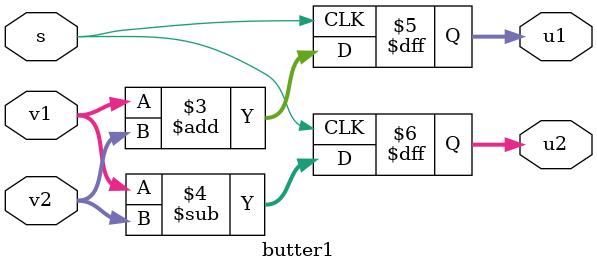
<source format=v>
`timescale 1ns / 1ps

module fft1(
			output reg y0,
			output reg y1,
			output reg y2,
			output reg y3,
			output reg y4,
			output reg y5,
			output reg y6,
			output reg y7,
			input [0:1] x ,
			input r,
			input c,
			input e,
			input [0:2]s
    );
	 
wire [0:1] i[0:7];
wire [0:1] j[0:7];
wire [0:1] wyi [0:7];

reg [0:1] xi[0:7];
reg [0:1] yi[0:7];

integer n=0;
integer k;

	always@(posedge c)	
	begin
	if(e)
		begin
				if(r)
				begin
				for(k=0;k<8;k=k+1)
				begin
				xi[n]<=2'b00;
				end
				end
		
		
				else
				begin
					xi[n]<=x;
						if(n==7)
							begin n=0;
		
							end
									
						else n=n+1;
				end
		 end
	
	end
butter1 b1(i[0],i[1],xi[0],xi[4],s[0]);
butter1 b2(i[2],i[3],xi[2],xi[6],s[0]);
butter1 b3(i[4],i[5],xi[1],xi[5],s[0]);
butter1 b4(i[6],i[7],xi[3],xi[7],s[0]);

butter1 b5(j[0],j[2],i[0],i[2],s[1]);
butter1 b6(j[1],j[3],i[1],i[3],s[1]);
butter1 b7(j[4],j[6],i[4],i[6],s[1]);
butter1 b8(j[5],j[7],i[5],i[7],s[1]);

butter1 b9 (wyi[0],wyi[4],j[0],j[4],s[2]);
butter1 b10(wyi[1],wyi[5],j[1],j[5],s[2]);
butter1 b11(wyi[2],wyi[6],j[2],j[6],s[2]);
butter1 b12(wyi[3],wyi[7],j[3],j[7],s[2]);




always@(wyi[3])
begin
yi[3]<=wyi[3];
y3 <= yi[3];
end
always@(wyi[7])
begin
yi[7]<=wyi[7];
y7 <= yi[7];
end
always@(wyi[0])
begin
yi[0]<=wyi[0];
y0 <= yi[0];
end
always@(wyi[4])
begin
yi[4]<=wyi[4];
y4 <= yi[4];
end
always@(wyi[2])
begin
yi[2]<=wyi[2];
y2 <= yi[2];
end
always@(wyi[6])
begin
yi[6]<=wyi[6];
y6 <= yi[6];
end
always@(wyi[1])
begin
yi[1]<=wyi[1];
y1 <= yi[1];
end
always@(wyi[5])
begin
yi[5]<=wyi[5];
y5 <= yi[5];
end
endmodule


module butter1(
					output reg [0:1] u1,
					output reg [0:1] u2,
					input  [0:1] v1,
					input  [0:1] v2,
					input s
		
);
always@(posedge s)
begin
	 u1= v1+v2;
	 u2= v1-v2;
end
endmodule 
</source>
